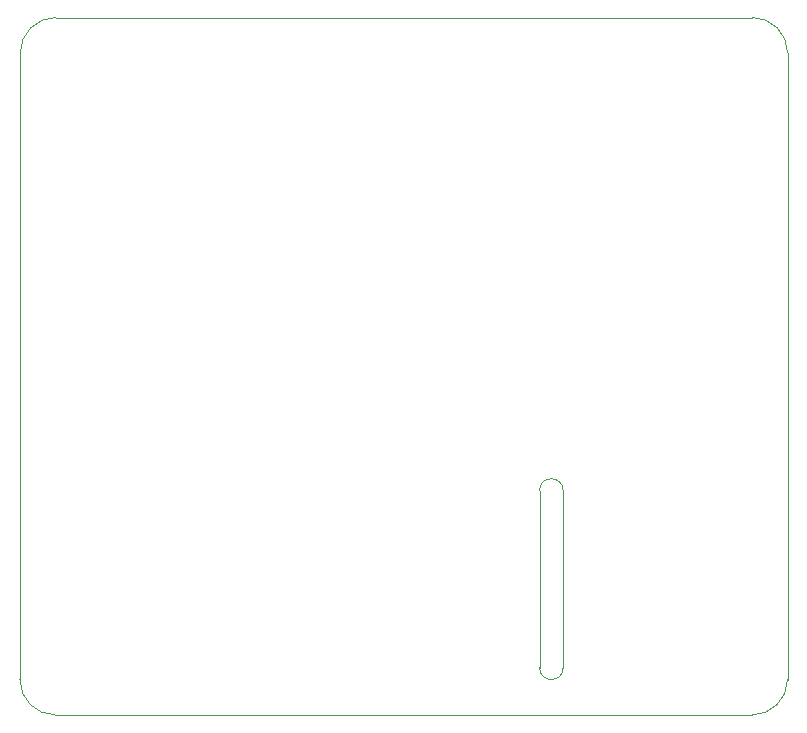
<source format=gbr>
%TF.GenerationSoftware,KiCad,Pcbnew,(6.0.0)*%
%TF.CreationDate,2022-03-15T15:16:00+01:00*%
%TF.ProjectId,RPi_Hat,5250695f-4861-4742-9e6b-696361645f70,rev?*%
%TF.SameCoordinates,Original*%
%TF.FileFunction,Profile,NP*%
%FSLAX46Y46*%
G04 Gerber Fmt 4.6, Leading zero omitted, Abs format (unit mm)*
G04 Created by KiCad (PCBNEW (6.0.0)) date 2022-03-15 15:16:00*
%MOMM*%
%LPD*%
G01*
G04 APERTURE LIST*
%TA.AperFunction,Profile*%
%ADD10C,0.100000*%
%TD*%
G04 APERTURE END LIST*
D10*
X125222000Y-38052000D02*
G75*
G03*
X122222000Y-35052000I-3000001J-1D01*
G01*
X63246000Y-35052000D02*
G75*
G03*
X60246000Y-38052000I1J-3000001D01*
G01*
X60210000Y-91100000D02*
G75*
G03*
X63210000Y-94100000I3000001J1D01*
G01*
X122210000Y-94100000D02*
G75*
G03*
X125210000Y-91100000I-1J3000001D01*
G01*
X106210000Y-75100000D02*
X106210000Y-90100000D01*
X104210000Y-90100000D02*
G75*
G03*
X106210000Y-90100000I1000000J0D01*
G01*
X60210000Y-56600000D02*
X60210000Y-75600000D01*
X125210000Y-40600000D02*
X125210000Y-91100000D01*
X125222000Y-38052000D02*
X125210000Y-40600000D01*
X63246000Y-35052000D02*
X122222000Y-35052000D01*
X60246000Y-38052000D02*
X60210000Y-56600000D01*
X104210000Y-75100000D02*
X104210000Y-90100000D01*
X106210000Y-75100000D02*
G75*
G03*
X104210000Y-75100000I-1000000J0D01*
G01*
X60210000Y-75600000D02*
X60210000Y-91100000D01*
X63210000Y-94100000D02*
X122210000Y-94100000D01*
M02*

</source>
